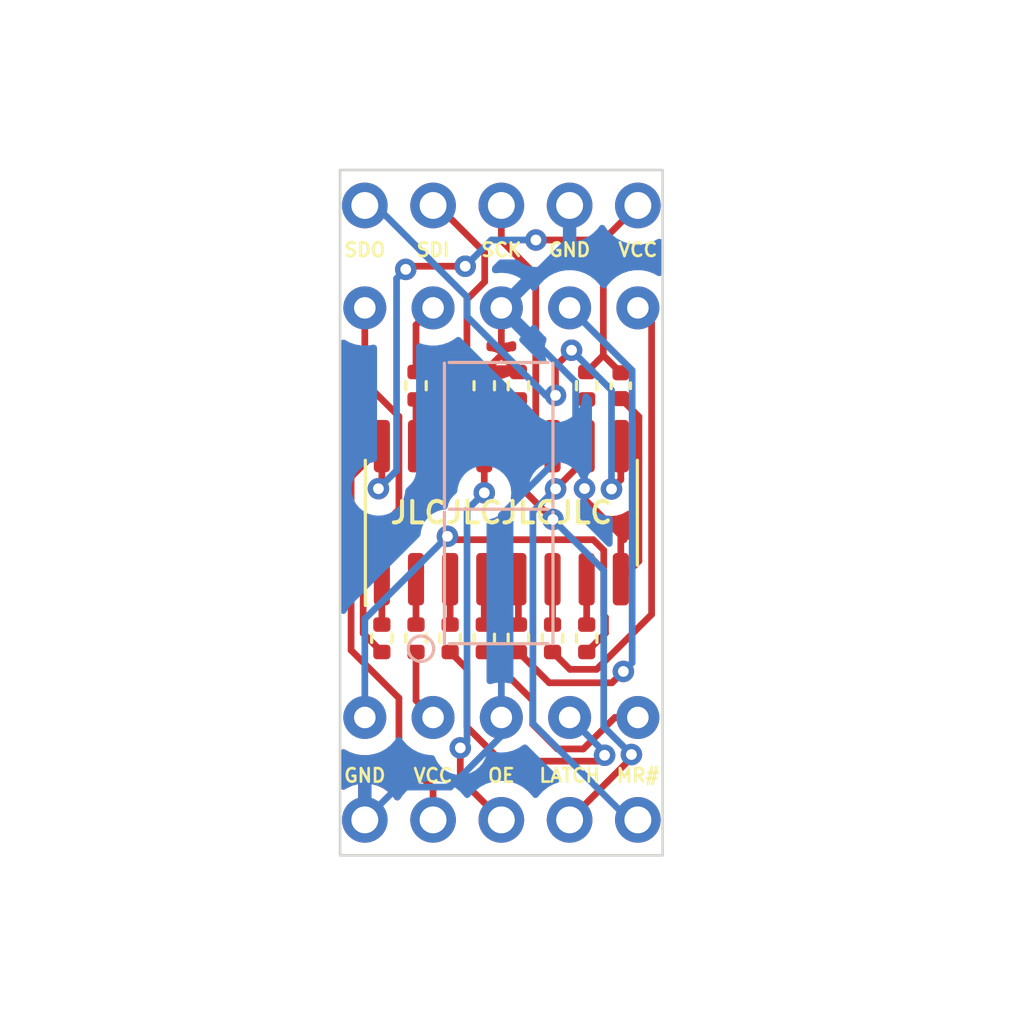
<source format=kicad_pcb>
(kicad_pcb (version 20221018) (generator pcbnew)
  (title_block (title "AE-7SEG-BOARD"))
  (layers (0 "F.Cu" signal) (31 "B.Cu" signal) (34 "B.Paste" user) (35 "F.Paste" user) (36 "B.SilkS" user "B.Silkscreen") (37 "F.SilkS" user "F.Silkscreen") (38 "B.Mask" user) (39 "F.Mask" user) (44 "Edge.Cuts" user))
  (net 0 "")
  (net 1 "VCC")
  (net 2 "GND")
  (net 3 "Net-(U1-QA)")
  (net 4 "Net-(U2-A)")
  (net 5 "Net-(U1-QB)")
  (net 6 "Net-(U2-B)")
  (net 7 "Net-(U1-QC)")
  (net 8 "Net-(U2-C)")
  (net 9 "Net-(U1-QD)")
  (net 10 "Net-(U2-D)")
  (net 11 "Net-(U1-QE)")
  (net 12 "Net-(U2-E)")
  (net 13 "Net-(U1-QF)")
  (net 14 "Net-(U2-F)")
  (net 15 "Net-(U1-QG)")
  (net 16 "Net-(U2-G)")
  (net 17 "Net-(U1-QH)")
  (net 18 "Net-(U2-DP)")
  (net 19 "/SCK")
  (net 20 "/SDI")
  (net 21 "/SDO")
  (net 22 "/MR#")
  (net 23 "/LATCH")
  (net 24 "/OE")
  (footprint "Resistor_SMD:R_0402_1005Metric" (layer "F.Cu") (at 141.2083 112.649 -90)
    (fp_text reference "R2" hide)
    (fp_text value "220Ω")
    (fp_line (start -0.153641 -0.38) (end 0.153641 -0.38) (stroke (width 0.12)) (layer "F.SilkS"))
    (fp_line (start -0.153641 0.38) (end 0.153641 0.38) (stroke (width 0.12)) (layer "F.SilkS"))
    (pad "1" smd roundrect (at -0.51 0 270) (size 0.54 0.64) (layers "F.Cu" "F.Paste" "F.Mask") (net 5 "Net-(U1-QB)"))
    (pad "2" smd roundrect (at 0.51 0 270) (size 0.54 0.64) (layers "F.Cu" "F.Paste" "F.Mask") (net 6 "Net-(U2-B)"))
  )
  (footprint "Resistor_SMD:R_0402_1005Metric" (layer "F.Cu") (at 148.8283 103.251 -90)
    (fp_text reference "R9" hide)
    (fp_text value "10KΩ")
    (fp_line (start -0.153641 -0.38) (end 0.153641 -0.38) (stroke (width 0.12)) (layer "F.SilkS"))
    (fp_line (start -0.153641 0.38) (end 0.153641 0.38) (stroke (width 0.12)) (layer "F.SilkS"))
    (pad "1" smd roundrect (at -0.51 0 270) (size 0.54 0.64) (layers "F.Cu" "F.Paste" "F.Mask") (net 1 "VCC"))
    (pad "2" smd roundrect (at 0.51 0 270) (size 0.54 0.64) (layers "F.Cu" "F.Paste" "F.Mask") (net 22 "/MR#"))
  )
  (footprint "Resistor_SMD:R_0402_1005Metric" (layer "F.Cu") (at 147.5583 112.649 -90)
    (fp_text reference "R7" hide)
    (fp_text value "220Ω")
    (fp_line (start -0.153641 -0.38) (end 0.153641 -0.38) (stroke (width 0.12)) (layer "F.SilkS"))
    (fp_line (start -0.153641 0.38) (end 0.153641 0.38) (stroke (width 0.12)) (layer "F.SilkS"))
    (pad "1" smd roundrect (at -0.51 0 270) (size 0.54 0.64) (layers "F.Cu" "F.Paste" "F.Mask") (net 15 "Net-(U1-QG)"))
    (pad "2" smd roundrect (at 0.51 0 270) (size 0.54 0.64) (layers "F.Cu" "F.Paste" "F.Mask") (net 16 "Net-(U2-G)"))
  )
  (footprint "Resistor_SMD:R_0402_1005Metric" (layer "F.Cu") (at 143.7483 112.649 -90)
    (fp_text reference "R4" hide)
    (fp_text value "220Ω")
    (fp_line (start -0.153641 -0.38) (end 0.153641 -0.38) (stroke (width 0.12)) (layer "F.SilkS"))
    (fp_line (start -0.153641 0.38) (end 0.153641 0.38) (stroke (width 0.12)) (layer "F.SilkS"))
    (pad "1" smd roundrect (at -0.51 0 270) (size 0.54 0.64) (layers "F.Cu" "F.Paste" "F.Mask") (net 9 "Net-(U1-QD)"))
    (pad "2" smd roundrect (at 0.51 0 270) (size 0.54 0.64) (layers "F.Cu" "F.Paste" "F.Mask") (net 10 "Net-(U2-D)"))
  )
  (footprint "Resistor_SMD:R_0402_1005Metric" (layer "F.Cu") (at 146.2883 112.649 -90)
    (fp_text reference "R6" hide)
    (fp_text value "220Ω")
    (fp_line (start -0.153641 -0.38) (end 0.153641 -0.38) (stroke (width 0.12)) (layer "F.SilkS"))
    (fp_line (start -0.153641 0.38) (end 0.153641 0.38) (stroke (width 0.12)) (layer "F.SilkS"))
    (pad "1" smd roundrect (at -0.51 0 270) (size 0.54 0.64) (layers "F.Cu" "F.Paste" "F.Mask") (net 13 "Net-(U1-QF)"))
    (pad "2" smd roundrect (at 0.51 0 270) (size 0.54 0.64) (layers "F.Cu" "F.Paste" "F.Mask") (net 14 "Net-(U2-F)"))
  )
  (footprint "Package_SO:SOIC-16_3.9x9.9mm_P1.27mm" (layer "F.Cu") (at 145.6533 107.975 90)
    (fp_text reference "U1" hide)
    (fp_text value "74HC595D, 118")
    (fp_line (start 0 -5.06) (end -3.45 -5.06) (stroke (width 0.12)) (layer "F.SilkS"))
    (fp_line (start 0 -5.06) (end 1.95 -5.06) (stroke (width 0.12)) (layer "F.SilkS"))
    (fp_line (start 0 5.06) (end -1.95 5.06) (stroke (width 0.12)) (layer "F.SilkS"))
    (fp_line (start 0 5.06) (end 1.95 5.06) (stroke (width 0.12)) (layer "F.SilkS"))
    (pad "1" smd roundrect (at -2.475 -4.445 90) (size 1.95 0.6) (layers "F.Cu" "F.Paste" "F.Mask") (net 5 "Net-(U1-QB)"))
    (pad "2" smd roundrect (at -2.475 -3.175 90) (size 1.95 0.6) (layers "F.Cu" "F.Paste" "F.Mask") (net 7 "Net-(U1-QC)"))
    (pad "3" smd roundrect (at -2.475 -1.905 90) (size 1.95 0.6) (layers "F.Cu" "F.Paste" "F.Mask") (net 9 "Net-(U1-QD)"))
    (pad "4" smd roundrect (at -2.475 -0.635 90) (size 1.95 0.6) (layers "F.Cu" "F.Paste" "F.Mask") (net 11 "Net-(U1-QE)"))
    (pad "5" smd roundrect (at -2.475 0.635 90) (size 1.95 0.6) (layers "F.Cu" "F.Paste" "F.Mask") (net 13 "Net-(U1-QF)"))
    (pad "6" smd roundrect (at -2.475 1.905 90) (size 1.95 0.6) (layers "F.Cu" "F.Paste" "F.Mask") (net 15 "Net-(U1-QG)"))
    (pad "7" smd roundrect (at -2.475 3.175 90) (size 1.95 0.6) (layers "F.Cu" "F.Paste" "F.Mask") (net 17 "Net-(U1-QH)"))
    (pad "8" smd roundrect (at -2.475 4.445 90) (size 1.95 0.6) (layers "F.Cu" "F.Paste" "F.Mask") (net 2 "GND"))
    (pad "9" smd roundrect (at 2.475 4.445 90) (size 1.95 0.6) (layers "F.Cu" "F.Paste" "F.Mask") (net 21 "/SDO"))
    (pad "10" smd roundrect (at 2.475 3.175 90) (size 1.95 0.6) (layers "F.Cu" "F.Paste" "F.Mask") (net 22 "/MR#"))
    (pad "11" smd roundrect (at 2.475 1.905 90) (size 1.95 0.6) (layers "F.Cu" "F.Paste" "F.Mask") (net 19 "/SCK"))
    (pad "12" smd roundrect (at 2.475 0.635 90) (size 1.95 0.6) (layers "F.Cu" "F.Paste" "F.Mask") (net 23 "/LATCH"))
    (pad "13" smd roundrect (at 2.475 -0.635 90) (size 1.95 0.6) (layers "F.Cu" "F.Paste" "F.Mask") (net 24 "/OE"))
    (pad "14" smd roundrect (at 2.475 -1.905 90) (size 1.95 0.6) (layers "F.Cu" "F.Paste" "F.Mask") (net 20 "/SDI"))
    (pad "15" smd roundrect (at 2.475 -3.175 90) (size 1.95 0.6) (layers "F.Cu" "F.Paste" "F.Mask") (net 3 "Net-(U1-QA)"))
    (pad "16" smd roundrect (at 2.475 -4.445 90) (size 1.95 0.6) (layers "F.Cu" "F.Paste" "F.Mask") (net 1 "VCC"))
  )
  (footprint "Capacitor_SMD:C_0402_1005Metric" (layer "F.Cu") (at 150.0983 103.251 90)
    (fp_text reference "C1" hide)
    (fp_text value "100nF")
    (fp_line (start -0.107836 -0.36) (end 0.107836 -0.36) (stroke (width 0.12)) (layer "F.SilkS"))
    (fp_line (start -0.107836 0.36) (end 0.107836 0.36) (stroke (width 0.12)) (layer "F.SilkS"))
    (pad "1" smd roundrect (at -0.48 0 90) (size 0.56 0.62) (layers "F.Cu" "F.Paste" "F.Mask") (net 2 "GND"))
    (pad "2" smd roundrect (at 0.48 0 90) (size 0.56 0.62) (layers "F.Cu" "F.Paste" "F.Mask") (net 1 "VCC"))
  )
  (footprint "Resistor_SMD:R_0402_1005Metric" (layer "F.Cu") (at 148.8283 112.649 -90)
    (fp_text reference "R8" hide)
    (fp_text value "220Ω")
    (fp_line (start -0.153641 -0.38) (end 0.153641 -0.38) (stroke (width 0.12)) (layer "F.SilkS"))
    (fp_line (start -0.153641 0.38) (end 0.153641 0.38) (stroke (width 0.12)) (layer "F.SilkS"))
    (pad "1" smd roundrect (at -0.51 0 270) (size 0.54 0.64) (layers "F.Cu" "F.Paste" "F.Mask") (net 17 "Net-(U1-QH)"))
    (pad "2" smd roundrect (at 0.51 0 270) (size 0.54 0.64) (layers "F.Cu" "F.Paste" "F.Mask") (net 18 "Net-(U2-DP)"))
  )
  (footprint "Connector_PinHeader_2.54mm:PinHeader_1x05_P2.54mm_Vertical" (layer "F.Cu") (at 150.7333 119.405 -90)
    (fp_text reference "CH2" hide)
    (fp_text value "Conn_01x05_Male")
    (pad "1" thru_hole circle (at 0 0 270) (size 1.7 1.7) (drill 1) (layers "*.Cu" "*.Mask") (net 22 "/MR#"))
    (pad "2" thru_hole oval (at 0 2.54 270) (size 1.7 1.7) (drill 1) (layers "*.Cu" "*.Mask") (net 23 "/LATCH"))
    (pad "3" thru_hole oval (at 0 5.08 270) (size 1.7 1.7) (drill 1) (layers "*.Cu" "*.Mask") (net 24 "/OE"))
    (pad "4" thru_hole oval (at 0 7.62 270) (size 1.7 1.7) (drill 1) (layers "*.Cu" "*.Mask") (net 1 "VCC"))
    (pad "5" thru_hole oval (at 0 10.16 270) (size 1.7 1.7) (drill 1) (layers "*.Cu" "*.Mask") (net 2 "GND"))
  )
  (footprint "Resistor_SMD:R_0402_1005Metric" (layer "F.Cu") (at 146.2883 103.251 -90)
    (fp_text reference "R10" hide)
    (fp_text value "10KΩ")
    (fp_line (start -0.153641 -0.38) (end 0.153641 -0.38) (stroke (width 0.12)) (layer "F.SilkS"))
    (fp_line (start -0.153641 0.38) (end 0.153641 0.38) (stroke (width 0.12)) (layer "F.SilkS"))
    (pad "1" smd roundrect (at -0.51 0 270) (size 0.54 0.64) (layers "F.Cu" "F.Paste" "F.Mask") (net 2 "GND"))
    (pad "2" smd roundrect (at 0.51 0 270) (size 0.54 0.64) (layers "F.Cu" "F.Paste" "F.Mask") (net 23 "/LATCH"))
  )
  (footprint "Resistor_SMD:R_0402_1005Metric" (layer "F.Cu") (at 142.4783 112.649 -90)
    (fp_text reference "R3" hide)
    (fp_text value "220Ω")
    (fp_line (start -0.153641 -0.38) (end 0.153641 -0.38) (stroke (width 0.12)) (layer "F.SilkS"))
    (fp_line (start -0.153641 0.38) (end 0.153641 0.38) (stroke (width 0.12)) (layer "F.SilkS"))
    (pad "1" smd roundrect (at -0.51 0 270) (size 0.54 0.64) (layers "F.Cu" "F.Paste" "F.Mask") (net 7 "Net-(U1-QC)"))
    (pad "2" smd roundrect (at 0.51 0 270) (size 0.54 0.64) (layers "F.Cu" "F.Paste" "F.Mask") (net 8 "Net-(U2-C)"))
  )
  (footprint "Resistor_SMD:R_0402_1005Metric" (layer "F.Cu") (at 145.0183 103.251 -90)
    (fp_text reference "R11" hide)
    (fp_text value "10KΩ")
    (fp_line (start -0.153641 -0.38) (end 0.153641 -0.38) (stroke (width 0.12)) (layer "F.SilkS"))
    (fp_line (start -0.153641 0.38) (end 0.153641 0.38) (stroke (width 0.12)) (layer "F.SilkS"))
    (pad "1" smd roundrect (at -0.51 0 270) (size 0.54 0.64) (layers "F.Cu" "F.Paste" "F.Mask") (net 2 "GND"))
    (pad "2" smd roundrect (at 0.51 0 270) (size 0.54 0.64) (layers "F.Cu" "F.Paste" "F.Mask") (net 24 "/OE"))
  )
  (footprint "Connector_PinHeader_2.54mm:PinHeader_1x05_P2.54mm_Vertical" (layer "F.Cu") (at 150.7333 96.545 -90)
    (fp_text reference "CH1" hide)
    (fp_text value "Conn_01x05_Male")
    (pad "1" thru_hole circle (at 0 0 270) (size 1.7 1.7) (drill 1) (layers "*.Cu" "*.Mask") (net 1 "VCC"))
    (pad "2" thru_hole oval (at 0 2.54 270) (size 1.7 1.7) (drill 1) (layers "*.Cu" "*.Mask") (net 2 "GND"))
    (pad "3" thru_hole oval (at 0 5.08 270) (size 1.7 1.7) (drill 1) (layers "*.Cu" "*.Mask") (net 19 "/SCK"))
    (pad "4" thru_hole oval (at 0 7.62 270) (size 1.7 1.7) (drill 1) (layers "*.Cu" "*.Mask") (net 20 "/SDI"))
    (pad "5" thru_hole oval (at 0 10.16 270) (size 1.7 1.7) (drill 1) (layers "*.Cu" "*.Mask") (net 21 "/SDO"))
  )
  (footprint "Resistor_SMD:R_0402_1005Metric" (layer "F.Cu") (at 145.0183 112.649 -90)
    (fp_text reference "R5" hide)
    (fp_text value "220Ω")
    (fp_line (start -0.153641 -0.38) (end 0.153641 -0.38) (stroke (width 0.12)) (layer "F.SilkS"))
    (fp_line (start -0.153641 0.38) (end 0.153641 0.38) (stroke (width 0.12)) (layer "F.SilkS"))
    (pad "1" smd roundrect (at -0.51 0 270) (size 0.54 0.64) (layers "F.Cu" "F.Paste" "F.Mask") (net 11 "Net-(U1-QE)"))
    (pad "2" smd roundrect (at 0.51 0 270) (size 0.54 0.64) (layers "F.Cu" "F.Paste" "F.Mask") (net 12 "Net-(U2-E)"))
  )
  (footprint "Resistor_SMD:R_0402_1005Metric" (layer "F.Cu") (at 142.4783 103.251 90)
    (fp_text reference "R1" hide)
    (fp_text value "220Ω")
    (fp_line (start -0.153641 -0.38) (end 0.153641 -0.38) (stroke (width 0.12)) (layer "F.SilkS"))
    (fp_line (start -0.153641 0.38) (end 0.153641 0.38) (stroke (width 0.12)) (layer "F.SilkS"))
    (pad "1" smd roundrect (at -0.51 0 90) (size 0.54 0.64) (layers "F.Cu" "F.Paste" "F.Mask") (net 3 "Net-(U1-QA)"))
    (pad "2" smd roundrect (at 0.51 0 90) (size 0.54 0.64) (layers "F.Cu" "F.Paste" "F.Mask") (net 4 "Net-(U2-A)"))
  )
  (footprint "Display_7Segment:D1X8K" (layer "B.Cu") (at 150.7333 115.595 90)
    (fp_text reference "U2" hide)
    (fp_text value "7-SEGMENT-LED")
    (fp_line (start 2.7438 -3.3372) (end 2.7438 -7.0202) (stroke (width 0.12)) (layer "B.SilkS"))
    (fp_line (start 7.646 -7.198) (end 2.7438 -7.198) (stroke (width 0.12)) (layer "B.SilkS"))
    (fp_line (start 7.646 -3.1594) (end 2.7438 -3.1594) (stroke (width 0.12)) (layer "B.SilkS"))
    (fp_line (start 7.7476 -3.3372) (end 7.7476 -7.0202) (stroke (width 0.12)) (layer "B.SilkS"))
    (fp_line (start 13.1832 -7.198) (end 7.8238 -7.198) (stroke (width 0.12)) (layer "B.SilkS"))
    (fp_line (start 13.1832 -3.1594) (end 7.8238 -3.1594) (stroke (width 0.12)) (layer "B.SilkS"))
    (fp_line (start 13.2086 -3.3372) (end 13.2086 -7.0202) (stroke (width 0.12)) (layer "B.SilkS"))
    (fp_circle (center 2.557533 -8.07) (end 2.836933 -7.689) (stroke (width 0.12)) (fill none) (layer "B.SilkS"))
    (pad "1" thru_hole circle (at 0 0 180) (size 1.6 1.6) (drill 0.8) (layers "*.Cu" "*.Mask") (net 12 "Net-(U2-E)"))
    (pad "2" thru_hole circle (at 0 -2.54 180) (size 1.6 1.6) (drill 0.8) (layers "*.Cu" "*.Mask") (net 10 "Net-(U2-D)"))
    (pad "3" thru_hole circle (at 0 -5.08 180) (size 1.6 1.6) (drill 0.8) (layers "*.Cu" "*.Mask") (net 2 "GND"))
    (pad "4" thru_hole circle (at 0 -7.62 180) (size 1.6 1.6) (drill 0.8) (layers "*.Cu" "*.Mask") (net 8 "Net-(U2-C)"))
    (pad "5" thru_hole circle (at 0 -10.16 180) (size 1.6 1.6) (drill 0.8) (layers "*.Cu" "*.Mask") (net 18 "Net-(U2-DP)"))
    (pad "6" thru_hole circle (at 15.24 -10.16 180) (size 1.6 1.6) (drill 0.8) (layers "*.Cu" "*.Mask") (net 6 "Net-(U2-B)"))
    (pad "7" thru_hole circle (at 15.24 -7.62 180) (size 1.6 1.6) (drill 0.8) (layers "*.Cu" "*.Mask") (net 4 "Net-(U2-A)"))
    (pad "8" thru_hole circle (at 15.24 -5.08 180) (size 1.6 1.6) (drill 0.8) (layers "*.Cu" "*.Mask") (net 2 "GND"))
    (pad "9" thru_hole circle (at 15.24 -2.54 180) (size 1.6 1.6) (drill 0.8) (layers "*.Cu" "*.Mask") (net 14 "Net-(U2-F)"))
    (pad "10" thru_hole circle (at 15.24 0 180) (size 1.6 1.6) (drill 0.8) (layers "*.Cu" "*.Mask") (net 16 "Net-(U2-G)"))
  )
  (gr_rect (start 139.6533 95.225) (end 151.6533 120.725) (stroke (width 0.1)) (fill none) (layer "Edge.Cuts"))
  (gr_text "MR#" (at 150.7333 117.754) (layer "F.SilkS") (effects (font (size 0.5 0.5) (thickness 0.1))))
  (gr_text "OE" (at 145.6533 117.754) (layer "F.SilkS") (effects (font (size 0.5 0.5) (thickness 0.1))))
  (gr_text "GND" (at 140.5733 117.754) (layer "F.SilkS") (effects (font (size 0.5 0.5) (thickness 0.1) bold)))
  (gr_text "SDI" (at 143.1133 98.196) (layer "F.SilkS") (effects (font (size 0.5 0.5) (thickness 0.1))))
  (gr_text "VCC" (at 150.7333 98.196) (layer "F.SilkS") (effects (font (size 0.5 0.5) (thickness 0.1))))
  (gr_text "SDO" (at 140.5733 98.196) (layer "F.SilkS") (effects (font (size 0.5 0.5) (thickness 0.1))))
  (gr_text "JLCJLCJLCJLC" (at 145.6533 107.975) (layer "F.SilkS") (effects (font (size 0.8 0.8))))
  (gr_text "SCK" (at 145.6533 98.196) (layer "F.SilkS") (effects (font (size 0.5 0.5) (thickness 0.1))))
  (gr_text "VCC" (at 143.1133 117.754) (layer "F.SilkS") (effects (font (size 0.5 0.5) (thickness 0.1))))
  (gr_text "LATCH" (at 148.1933 117.754) (layer "F.SilkS") (effects (font (size 0.5 0.5) (thickness 0.1))))
  (gr_text "GND" (at 148.1933 98.196) (layer "F.SilkS") (effects (font (size 0.5 0.5) (thickness 0.1))))
  (segment (start 144.3095 98.806) (end 142.2128 98.806) (width 0.25) (layer "F.Cu") (net 1))
  (segment (start 150.7333 96.545) (end 149.4483 97.83) (width 0.25) (layer "F.Cu") (net 1))
  (segment (start 146.939 97.83) (end 149.4483 97.83) (width 0.25) (layer "F.Cu") (net 1))
  (segment (start 150.0983 102.771) (end 149.4483 102.121) (width 0.25) (layer "F.Cu") (net 1))
  (segment (start 149.4483 102.121) (end 148.8283 102.741) (width 0.25) (layer "F.Cu") (net 1))
  (segment (start 149.4483 97.83) (end 149.4483 102.121) (width 0.25) (layer "F.Cu") (net 1))
  (segment (start 140.0627 113.0931) (end 141.8433 114.8737) (width 0.25) (layer "F.Cu") (net 1))
  (segment (start 141.8433 114.8737) (end 141.8433 116.9599) (width 0.25) (layer "F.Cu") (net 1))
  (segment (start 141.2083 105.5) (end 140.0627 106.6456) (width 0.25) (layer "F.Cu") (net 1))
  (segment (start 141.0801 107.0823) (end 141.2083 106.9541) (width 0.25) (layer "F.Cu") (net 1))
  (segment (start 141.8433 116.9599) (end 143.1133 118.2299) (width 0.25) (layer "F.Cu") (net 1))
  (segment (start 143.1133 119.405) (end 143.1133 118.2299) (width 0.25) (layer "F.Cu") (net 1))
  (segment (start 140.0627 106.6456) (end 140.0627 113.0931) (width 0.25) (layer "F.Cu") (net 1))
  (segment (start 142.2128 98.806) (end 142.096 98.9228) (width 0.25) (layer "F.Cu") (net 1))
  (segment (start 141.2083 106.9541) (end 141.2083 105.5) (width 0.25) (layer "F.Cu") (net 1))
  (via (at 146.939 97.83) (size 0.8) (drill 0.4) (layers "F.Cu" "B.Cu") (net 1))
  (via (at 142.096 98.9228) (size 0.8) (drill 0.4) (layers "F.Cu" "B.Cu") (net 1))
  (via (at 141.0801 107.0823) (size 0.8) (drill 0.4) (layers "F.Cu" "B.Cu") (net 1))
  (via (at 144.3095 98.806) (size 0.8) (drill 0.4) (layers "F.Cu" "B.Cu") (net 1))
  (segment (start 141.7553 99.2635) (end 142.096 98.9228) (width 0.25) (layer "B.Cu") (net 1))
  (segment (start 141.7553 106.4071) (end 141.7553 99.2635) (width 0.25) (layer "B.Cu") (net 1))
  (segment (start 146.939 97.83) (end 145.2855 97.83) (width 0.25) (layer "B.Cu") (net 1))
  (segment (start 145.2855 97.83) (end 144.3095 98.806) (width 0.25) (layer "B.Cu") (net 1))
  (segment (start 141.0801 107.0823) (end 141.7553 106.4071) (width 0.25) (layer "B.Cu") (net 1))
  (segment (start 150.7723 109.776) (end 150.0983 110.45) (width 0.25) (layer "F.Cu") (net 2))
  (segment (start 150.0983 108.8206) (end 148.7481 107.4704) (width 0.25) (layer "F.Cu") (net 2))
  (segment (start 145.0183 102.741) (end 145.6533 102.106) (width 0.25) (layer "F.Cu") (net 2))
  (segment (start 150.7723 104.405) (end 150.7723 109.776) (width 0.25) (layer "F.Cu") (net 2))
  (segment (start 148.7481 107.4704) (end 148.7481 107.078) (width 0.25) (layer "F.Cu") (net 2))
  (segment (start 146.2883 102.741) (end 145.6533 102.106) (width 0.25) (layer "F.Cu") (net 2))
  (segment (start 145.6533 102.106) (end 145.6533 100.355) (width 0.25) (layer "F.Cu") (net 2))
  (segment (start 150.0983 110.45) (end 150.0983 108.8206) (width 0.25) (layer "F.Cu") (net 2))
  (segment (start 150.0983 103.731) (end 150.7723 104.405) (width 0.25) (layer "F.Cu") (net 2))
  (via (at 148.7481 107.078) (size 0.8) (drill 0.4) (layers "F.Cu" "B.Cu") (net 2))
  (segment (start 140.5733 119.405) (end 141.7933 118.185) (width 0.25) (layer "B.Cu") (net 2))
  (segment (start 143.7521 118.185) (end 145.6533 116.2838) (width 0.25) (layer "B.Cu") (net 2))
  (segment (start 145.6533 100.355) (end 148.4169 103.1186) (width 0.25) (layer "B.Cu") (net 2))
  (segment (start 148.4169 103.1186) (end 148.4169 105.8587) (width 0.25) (layer "B.Cu") (net 2))
  (segment (start 147.8649 105.8587) (end 148.4169 105.8587) (width 0.25) (layer "B.Cu") (net 2))
  (segment (start 145.6533 100.355) (end 148.1933 97.815) (width 0.25) (layer "B.Cu") (net 2))
  (segment (start 148.4169 105.8587) (end 148.7481 106.1899) (width 0.25) (layer "B.Cu") (net 2))
  (segment (start 141.7933 118.185) (end 143.7521 118.185) (width 0.25) (layer "B.Cu") (net 2))
  (segment (start 145.6533 116.2838) (end 145.6533 115.595) (width 0.25) (layer "B.Cu") (net 2))
  (segment (start 145.6533 115.595) (end 145.6533 108.0703) (width 0.25) (layer "B.Cu") (net 2))
  (segment (start 148.1933 97.815) (end 148.1933 96.545) (width 0.25) (layer "B.Cu") (net 2))
  (segment (start 145.6533 108.0703) (end 147.8649 105.8587) (width 0.25) (layer "B.Cu") (net 2))
  (segment (start 148.7481 106.1899) (end 148.7481 107.078) (width 0.25) (layer "B.Cu") (net 2))
  (segment (start 142.4783 105.5) (end 142.4783 103.761) (width 0.25) (layer "F.Cu") (net 3))
  (segment (start 142.4783 100.99) (end 142.4783 102.741) (width 0.25) (layer "F.Cu") (net 4))
  (segment (start 143.1133 100.355) (end 142.4783 100.99) (width 0.25) (layer "F.Cu") (net 4))
  (segment (start 141.2083 110.45) (end 141.2083 112.139) (width 0.25) (layer "F.Cu") (net 5))
  (segment (start 140.5733 103.1248) (end 141.8433 104.3948) (width 0.25) (layer "F.Cu") (net 6))
  (segment (start 141.8433 104.3948) (end 141.8433 107.8545) (width 0.25) (layer "F.Cu") (net 6))
  (segment (start 140.5733 100.355) (end 140.5733 103.1248) (width 0.25) (layer "F.Cu") (net 6))
  (segment (start 140.5128 112.4635) (end 141.2083 113.159) (width 0.25) (layer "F.Cu") (net 6))
  (segment (start 140.5128 109.185) (end 140.5128 112.4635) (width 0.25) (layer "F.Cu") (net 6))
  (segment (start 141.8433 107.8545) (end 140.5128 109.185) (width 0.25) (layer "F.Cu") (net 6))
  (segment (start 142.4783 110.45) (end 142.4783 112.139) (width 0.25) (layer "F.Cu") (net 7))
  (segment (start 142.4783 114.96) (end 143.1133 115.595) (width 0.25) (layer "F.Cu") (net 8))
  (segment (start 142.4783 113.159) (end 142.4783 114.96) (width 0.25) (layer "F.Cu") (net 8))
  (segment (start 143.7483 110.45) (end 143.7483 112.139) (width 0.25) (layer "F.Cu") (net 9))
  (segment (start 144.3726 115.9471) (end 144.3726 113.7833) (width 0.25) (layer "F.Cu") (net 10))
  (segment (start 149.274598 117.2209) (end 145.6464 117.2209) (width 0.25) (layer "F.Cu") (net 10))
  (segment (start 145.6464 117.2209) (end 144.3726 115.9471) (width 0.25) (layer "F.Cu") (net 10))
  (segment (start 144.3726 113.7833) (end 143.7483 113.159) (width 0.25) (layer "F.Cu") (net 10))
  (segment (start 149.494672 117.000826) (end 149.274598 117.2209) (width 0.25) (layer "F.Cu") (net 10))
  (via (at 149.494672 117.000826) (size 0.8) (drill 0.4) (layers "F.Cu" "B.Cu") (net 10))
  (segment (start 149.494672 117.000826) (end 149.494672 116.896372) (width 0.25) (layer "B.Cu") (net 10))
  (segment (start 149.494672 116.896372) (end 148.1933 115.595) (width 0.25) (layer "B.Cu") (net 10))
  (segment (start 145.0183 110.45) (end 145.0183 112.139) (width 0.25) (layer "F.Cu") (net 11))
  (segment (start 146.8186 114.9593) (end 146.8186 115.8469) (width 0.25) (layer "F.Cu") (net 12))
  (segment (start 148.7051 116.7658) (end 149.8759 115.595) (width 0.25) (layer "F.Cu") (net 12))
  (segment (start 147.7375 116.7658) (end 148.7051 116.7658) (width 0.25) (layer "F.Cu") (net 12))
  (segment (start 149.8759 115.595) (end 150.7333 115.595) (width 0.25) (layer "F.Cu") (net 12))
  (segment (start 146.8186 115.8469) (end 147.7375 116.7658) (width 0.25) (layer "F.Cu") (net 12))
  (segment (start 145.0183 113.159) (end 146.8186 114.9593) (width 0.25) (layer "F.Cu") (net 12))
  (segment (start 146.2883 110.45) (end 146.2883 112.139) (width 0.25) (layer "F.Cu") (net 13))
  (segment (start 146.2883 113.159) (end 147.4334 114.3041) (width 0.25) (layer "F.Cu") (net 14))
  (segment (start 147.4334 114.3041) (end 149.7716 114.3041) (width 0.25) (layer "F.Cu") (net 14))
  (segment (start 149.7716 114.3041) (end 150.1934 113.8823) (width 0.25) (layer "F.Cu") (net 14))
  (via (at 150.1934 113.8823) (size 0.8) (drill 0.4) (layers "F.Cu" "B.Cu") (net 14))
  (segment (start 150.5205 102.6822) (end 150.5205 113.5552) (width 0.25) (layer "B.Cu") (net 14))
  (segment (start 150.5205 113.5552) (end 150.1934 113.8823) (width 0.25) (layer "B.Cu") (net 14))
  (segment (start 148.1933 100.355) (end 150.5205 102.6822) (width 0.25) (layer "B.Cu") (net 14))
  (segment (start 147.5583 110.45) (end 147.5583 112.139) (width 0.25) (layer "F.Cu") (net 15))
  (segment (start 149.1996 113.8046) (end 148.2039 113.8046) (width 0.25) (layer "F.Cu") (net 16))
  (segment (start 148.2039 113.8046) (end 147.5583 113.159) (width 0.25) (layer "F.Cu") (net 16))
  (segment (start 151.2448 100.8665) (end 151.2448 111.7594) (width 0.25) (layer "F.Cu") (net 16))
  (segment (start 150.7333 100.355) (end 151.2448 100.8665) (width 0.25) (layer "F.Cu") (net 16))
  (segment (start 151.2448 111.7594) (end 149.1996 113.8046) (width 0.25) (layer "F.Cu") (net 16))
  (segment (start 148.8283 110.45) (end 148.8283 112.139) (width 0.25) (layer "F.Cu") (net 17))
  (segment (start 149.0727 108.9808) (end 149.4633 109.3714) (width 0.25) (layer "F.Cu") (net 18))
  (segment (start 143.7739 108.9808) (end 149.0727 108.9808) (width 0.25) (layer "F.Cu") (net 18))
  (segment (start 149.5279 111.8671) (end 149.5279 112.4594) (width 0.25) (layer "F.Cu") (net 18))
  (segment (start 149.4633 109.3714) (end 149.4633 111.8025) (width 0.25) (layer "F.Cu") (net 18))
  (segment (start 143.6485 108.8554) (end 143.7739 108.9808) (width 0.25) (layer "F.Cu") (net 18))
  (segment (start 149.4633 111.8025) (end 149.5279 111.8671) (width 0.25) (layer "F.Cu") (net 18))
  (segment (start 149.5279 112.4594) (end 148.8283 113.159) (width 0.25) (layer "F.Cu") (net 18))
  (via (at 143.6485 108.8554) (size 0.8) (drill 0.4) (layers "F.Cu" "B.Cu") (net 18))
  (segment (start 140.5733 111.9306) (end 143.6485 108.8554) (width 0.25) (layer "B.Cu") (net 18))
  (segment (start 140.5733 115.595) (end 140.5733 111.9306) (width 0.25) (layer "B.Cu") (net 18))
  (segment (start 145.6533 96.545) (end 145.6533 97.7201) (width 0.25) (layer "F.Cu") (net 19))
  (segment (start 146.934 104.8757) (end 147.5583 105.5) (width 0.25) (layer "F.Cu") (net 19))
  (segment (start 146.934 99.1282) (end 146.934 104.8757) (width 0.25) (layer "F.Cu") (net 19))
  (segment (start 145.6533 97.8475) (end 146.934 99.1282) (width 0.25) (layer "F.Cu") (net 19))
  (segment (start 145.6533 97.7201) (end 145.6533 97.8475) (width 0.25) (layer "F.Cu") (net 19))
  (segment (start 143.281 96.545) (end 145.034 98.298) (width 0.25) (layer "F.Cu") (net 20))
  (segment (start 144.3733 104.875) (end 143.7483 105.5) (width 0.25) (layer "F.Cu") (net 20))
  (segment (start 143.1133 96.545) (end 143.281 96.545) (width 0.25) (layer "F.Cu") (net 20))
  (segment (start 145.034 98.298) (end 145.034 99.383309) (width 0.25) (layer "F.Cu") (net 20))
  (segment (start 145.034 99.383309) (end 144.3733 100.044009) (width 0.25) (layer "F.Cu") (net 20))
  (segment (start 144.3733 100.044009) (end 144.3733 104.875) (width 0.25) (layer "F.Cu") (net 20))
  (segment (start 150.0983 106.7491) (end 149.7522 107.0952) (width 0.25) (layer "F.Cu") (net 21))
  (segment (start 147.6686 102.5283) (end 148.2658 101.9311) (width 0.25) (layer "F.Cu") (net 21))
  (segment (start 150.0983 105.5) (end 150.0983 106.7491) (width 0.25) (layer "F.Cu") (net 21))
  (segment (start 147.6686 103.6108) (end 147.6686 102.5283) (width 0.25) (layer "F.Cu") (net 21))
  (via (at 148.2658 101.9311) (size 0.8) (drill 0.4) (layers "F.Cu" "B.Cu") (net 21))
  (via (at 149.7522 107.0952) (size 0.8) (drill 0.4) (layers "F.Cu" "B.Cu") (net 21))
  (via (at 147.6686 103.6108) (size 0.8) (drill 0.4) (layers "F.Cu" "B.Cu") (net 21))
  (segment (start 147.3077 103.6108) (end 147.6686 103.6108) (width 0.25) (layer "B.Cu") (net 21))
  (segment (start 144.3833 100.6864) (end 147.3077 103.6108) (width 0.25) (layer "B.Cu") (net 21))
  (segment (start 140.5733 96.545) (end 140.9708 96.545) (width 0.25) (layer "B.Cu") (net 21))
  (segment (start 140.9708 96.545) (end 144.3833 99.9575) (width 0.25) (layer "B.Cu") (net 21))
  (segment (start 149.7521 103.4174) (end 149.7521 107.0952) (width 0.25) (layer "B.Cu") (net 21))
  (segment (start 148.2658 101.9311) (end 149.7521 103.4174) (width 0.25) (layer "B.Cu") (net 21))
  (segment (start 144.3833 99.9575) (end 144.3833 100.6864) (width 0.25) (layer "B.Cu") (net 21))
  (segment (start 149.7521 107.0952) (end 149.7522 107.0952) (width 0.25) (layer "B.Cu") (net 21))
  (segment (start 148.8283 105.9355) (end 148.8283 105.5) (width 0.25) (layer "F.Cu") (net 22))
  (segment (start 148.8283 105.5) (end 148.8283 103.761) (width 0.25) (layer "F.Cu") (net 22))
  (segment (start 147.6723 107.0915) (end 148.8283 105.9355) (width 0.25) (layer "F.Cu") (net 22))
  (via (at 147.6723 107.0915) (size 0.8) (drill 0.4) (layers "F.Cu" "B.Cu") (net 22))
  (segment (start 146.8285 115.8215) (end 146.8285 107.9353) (width 0.25) (layer "B.Cu") (net 22))
  (segment (start 150.7333 119.405) (end 150.412 119.405) (width 0.25) (layer "B.Cu") (net 22))
  (segment (start 150.412 119.405) (end 146.8285 115.8215) (width 0.25) (layer "B.Cu") (net 22))
  (segment (start 146.8285 107.9353) (end 147.6723 107.0915) (width 0.25) (layer "B.Cu") (net 22))
  (segment (start 150.493809 116.973858) (end 150.493809 117.095191) (width 0.25) (layer "F.Cu") (net 23))
  (segment (start 149.2423 118.3467) (end 149.2423 118.356) (width 0.25) (layer "F.Cu") (net 23))
  (segment (start 146.2883 103.761) (end 146.2883 105.5) (width 0.25) (layer "F.Cu") (net 23))
  (segment (start 150.493809 117.095191) (end 149.2423 118.3467) (width 0.25) (layer "F.Cu") (net 23))
  (segment (start 146.2883 106.9425) (end 146.2883 105.5) (width 0.25) (layer "F.Cu") (net 23))
  (segment (start 149.2423 118.356) (end 148.1933 119.405) (width 0.25) (layer "F.Cu") (net 23))
  (segment (start 147.573 108.2272) (end 146.2883 106.9425) (width 0.25) (layer "F.Cu") (net 23))
  (via (at 150.493809 116.973858) (size 0.8) (drill 0.4) (layers "F.Cu" "B.Cu") (net 23))
  (via (at 147.573 108.2272) (size 0.8) (drill 0.4) (layers "F.Cu" "B.Cu") (net 23))
  (segment (start 150.493809 116.973858) (end 149.4633 115.943349) (width 0.25) (layer "B.Cu") (net 23))
  (segment (start 149.4633 115.943349) (end 149.4633 110.1175) (width 0.25) (layer "B.Cu") (net 23))
  (segment (start 149.4633 110.1175) (end 147.573 108.2272) (width 0.25) (layer "B.Cu") (net 23))
  (segment (start 144.126801 117.878501) (end 145.6533 119.405) (width 0.25) (layer "F.Cu") (net 24))
  (segment (start 144.126801 116.725899) (end 144.126801 117.878501) (width 0.25) (layer "F.Cu") (net 24))
  (segment (start 145.0183 105.5) (end 145.0183 107.2345) (width 0.25) (layer "F.Cu") (net 24))
  (segment (start 145.0183 103.761) (end 145.0183 105.5) (width 0.25) (layer "F.Cu") (net 24))
  (via (at 145.0183 107.2345) (size 0.8) (drill 0.4) (layers "F.Cu" "B.Cu") (net 24))
  (via (at 144.126801 116.725899) (size 0.8) (drill 0.4) (layers "F.Cu" "B.Cu") (net 24))
  (segment (start 144.126801 116.725899) (end 144.3768 116.4759) (width 0.25) (layer "B.Cu") (net 24))
  (segment (start 144.3768 116.4759) (end 144.3768 107.876) (width 0.25) (layer "B.Cu") (net 24))
  (segment (start 144.3768 107.876) (end 145.0183 107.2345) (width 0.25) (layer "B.Cu") (net 24))
  (zone (net 2) (net_name "GND") (layers "F&B.Cu") (connect_pads (clearance 0.6)) (min_thickness 0.25) (fill yes (thermal_gap 0.5) (thermal_bridge_width 0.5))
    (polygon (pts (xy 127 127) (xy 165.1 127) (xy 165.1 88.9) (xy 127 88.9)))
  )
)
</source>
